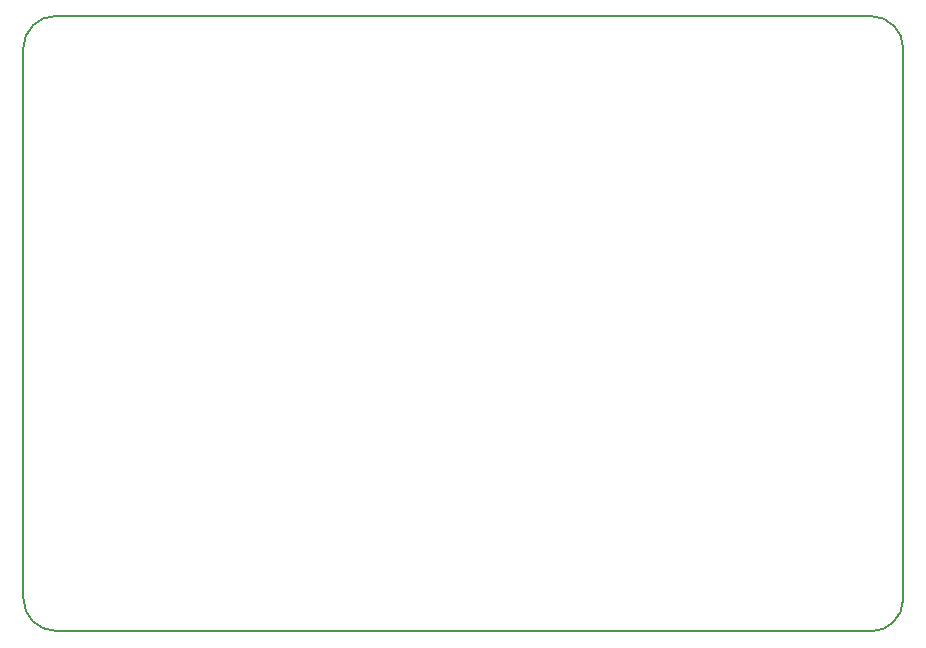
<source format=gbr>
%TF.GenerationSoftware,KiCad,Pcbnew,7.0.2-0*%
%TF.CreationDate,2023-11-25T15:14:42-08:00*%
%TF.ProjectId,Controller v1.1,436f6e74-726f-46c6-9c65-722076312e31,rev?*%
%TF.SameCoordinates,Original*%
%TF.FileFunction,Profile,NP*%
%FSLAX46Y46*%
G04 Gerber Fmt 4.6, Leading zero omitted, Abs format (unit mm)*
G04 Created by KiCad (PCBNEW 7.0.2-0) date 2023-11-25 15:14:42*
%MOMM*%
%LPD*%
G01*
G04 APERTURE LIST*
%TA.AperFunction,Profile*%
%ADD10C,0.200000*%
%TD*%
G04 APERTURE END LIST*
D10*
X142650000Y-86450000D02*
G75*
G03*
X139900000Y-83700000I-2750000J0D01*
G01*
X68150000Y-133000000D02*
G75*
G03*
X70900000Y-135750000I2750000J0D01*
G01*
X68144544Y-86444544D02*
X68150000Y-133000000D01*
X70900000Y-135750000D02*
X139900000Y-135800000D01*
X70894544Y-83694544D02*
G75*
G03*
X68144544Y-86444544I-4J-2749996D01*
G01*
X70894544Y-83694544D02*
X139900000Y-83700000D01*
X142650000Y-86450000D02*
X142650000Y-133050000D01*
X139900000Y-135800000D02*
G75*
G03*
X142650000Y-133050000I0J2750000D01*
G01*
M02*

</source>
